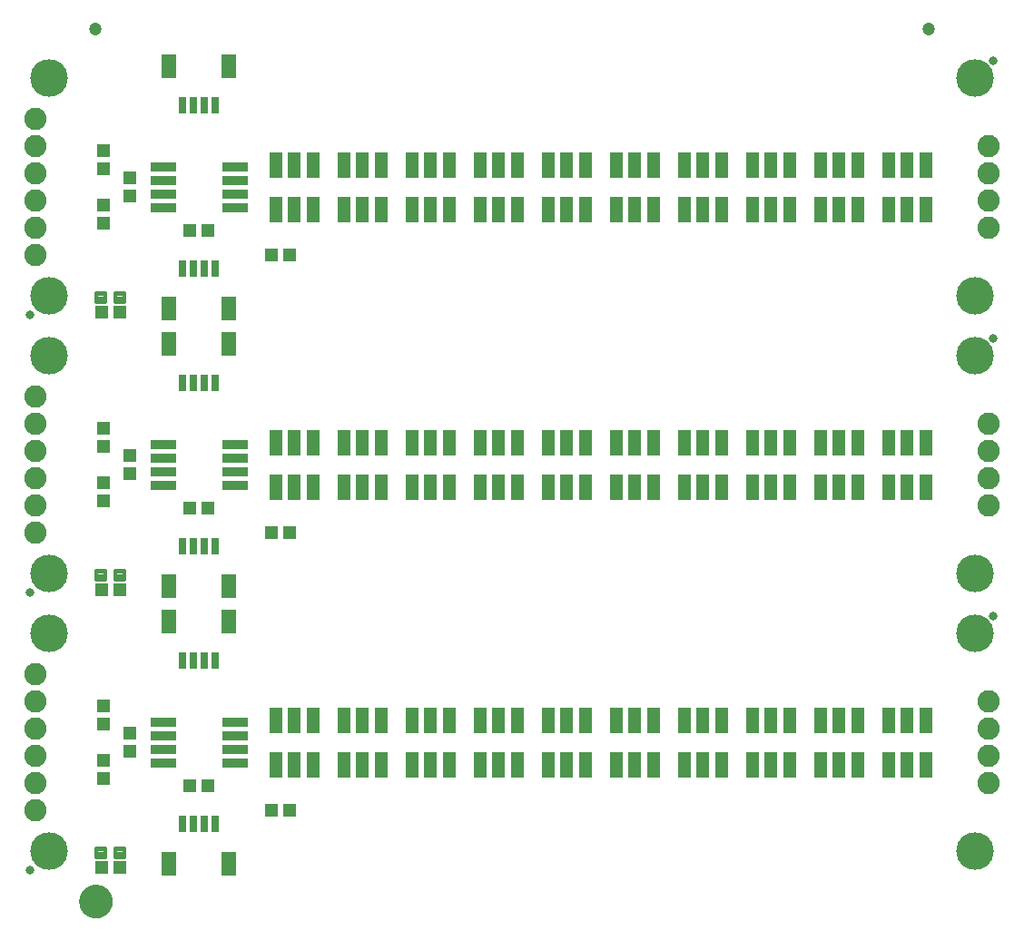
<source format=gts>
G75*
%MOIN*%
%OFA0B0*%
%FSLAX25Y25*%
%IPPOS*%
%LPD*%
%AMOC8*
5,1,8,0,0,1.08239X$1,22.5*
%
%ADD10C,0.13800*%
%ADD11C,0.03300*%
%ADD12R,0.04737X0.05131*%
%ADD13R,0.05524X0.08674*%
%ADD14R,0.03162X0.06115*%
%ADD15C,0.08200*%
%ADD16R,0.05131X0.04737*%
%ADD17C,0.01421*%
%ADD18R,0.09500X0.03200*%
%ADD19R,0.04737X0.09461*%
%ADD20R,0.05131X0.09461*%
%ADD21C,0.04737*%
%ADD22C,0.05000*%
%ADD23C,0.06706*%
D10*
X0038750Y0038750D03*
X0038750Y0118750D03*
X0038750Y0140750D03*
X0038750Y0220750D03*
X0038750Y0242750D03*
X0038750Y0322750D03*
X0378750Y0322750D03*
X0378750Y0242750D03*
X0378750Y0220750D03*
X0378750Y0140750D03*
X0378750Y0118750D03*
X0378750Y0038750D03*
D11*
X0031750Y0031750D03*
X0031750Y0133750D03*
X0031750Y0235750D03*
X0385250Y0227250D03*
X0385250Y0125250D03*
X0385250Y0329250D03*
D12*
X0068250Y0286096D03*
X0068250Y0279404D03*
X0058750Y0276096D03*
X0058750Y0269404D03*
X0058750Y0289404D03*
X0058750Y0296096D03*
X0058750Y0194096D03*
X0058750Y0187404D03*
X0068250Y0184096D03*
X0068250Y0177404D03*
X0058750Y0174096D03*
X0058750Y0167404D03*
X0058750Y0092096D03*
X0058750Y0085404D03*
X0068250Y0082096D03*
X0068250Y0075404D03*
X0058750Y0072096D03*
X0058750Y0065404D03*
D13*
X0082726Y0034281D03*
X0104774Y0034281D03*
X0104774Y0123219D03*
X0104774Y0136281D03*
X0082726Y0136281D03*
X0082726Y0123219D03*
X0082726Y0225219D03*
X0082726Y0238281D03*
X0104774Y0238281D03*
X0104774Y0225219D03*
X0104774Y0327219D03*
X0082726Y0327219D03*
D14*
X0087844Y0312750D03*
X0091781Y0312750D03*
X0095719Y0312750D03*
X0099656Y0312750D03*
X0099656Y0252750D03*
X0095719Y0252750D03*
X0091781Y0252750D03*
X0087844Y0252750D03*
X0087844Y0210750D03*
X0091781Y0210750D03*
X0095719Y0210750D03*
X0099656Y0210750D03*
X0099656Y0150750D03*
X0095719Y0150750D03*
X0091781Y0150750D03*
X0087844Y0150750D03*
X0087844Y0108750D03*
X0091781Y0108750D03*
X0095719Y0108750D03*
X0099656Y0108750D03*
X0099656Y0048750D03*
X0095719Y0048750D03*
X0091781Y0048750D03*
X0087844Y0048750D03*
D15*
X0033750Y0053750D03*
X0033750Y0063750D03*
X0033750Y0073750D03*
X0033750Y0083750D03*
X0033750Y0093750D03*
X0033750Y0103750D03*
X0033750Y0155750D03*
X0033750Y0165750D03*
X0033750Y0175750D03*
X0033750Y0185750D03*
X0033750Y0195750D03*
X0033750Y0205750D03*
X0033750Y0257750D03*
X0033750Y0267750D03*
X0033750Y0277750D03*
X0033750Y0287750D03*
X0033750Y0297750D03*
X0033750Y0307750D03*
X0383750Y0297750D03*
X0383750Y0287750D03*
X0383750Y0277750D03*
X0383750Y0267750D03*
X0383750Y0195750D03*
X0383750Y0185750D03*
X0383750Y0175750D03*
X0383750Y0165750D03*
X0383750Y0093750D03*
X0383750Y0083750D03*
X0383750Y0073750D03*
X0383750Y0063750D03*
D16*
X0127096Y0053750D03*
X0120404Y0053750D03*
X0097096Y0062750D03*
X0090404Y0062750D03*
X0064596Y0032750D03*
X0057904Y0032750D03*
X0057904Y0134750D03*
X0064596Y0134750D03*
X0090404Y0164750D03*
X0097096Y0164750D03*
X0120404Y0155750D03*
X0127096Y0155750D03*
X0064596Y0236750D03*
X0057904Y0236750D03*
X0090404Y0266750D03*
X0097096Y0266750D03*
X0120404Y0257750D03*
X0127096Y0257750D03*
D17*
X0063045Y0243908D02*
X0063045Y0240592D01*
X0063045Y0243908D02*
X0066361Y0243908D01*
X0066361Y0240592D01*
X0063045Y0240592D01*
X0063045Y0242012D02*
X0066361Y0242012D01*
X0066361Y0243432D02*
X0063045Y0243432D01*
X0056139Y0243908D02*
X0056139Y0240592D01*
X0056139Y0243908D02*
X0059455Y0243908D01*
X0059455Y0240592D01*
X0056139Y0240592D01*
X0056139Y0242012D02*
X0059455Y0242012D01*
X0059455Y0243432D02*
X0056139Y0243432D01*
X0056139Y0141908D02*
X0056139Y0138592D01*
X0056139Y0141908D02*
X0059455Y0141908D01*
X0059455Y0138592D01*
X0056139Y0138592D01*
X0056139Y0140012D02*
X0059455Y0140012D01*
X0059455Y0141432D02*
X0056139Y0141432D01*
X0063045Y0141908D02*
X0063045Y0138592D01*
X0063045Y0141908D02*
X0066361Y0141908D01*
X0066361Y0138592D01*
X0063045Y0138592D01*
X0063045Y0140012D02*
X0066361Y0140012D01*
X0066361Y0141432D02*
X0063045Y0141432D01*
X0063045Y0039908D02*
X0063045Y0036592D01*
X0063045Y0039908D02*
X0066361Y0039908D01*
X0066361Y0036592D01*
X0063045Y0036592D01*
X0063045Y0038012D02*
X0066361Y0038012D01*
X0066361Y0039432D02*
X0063045Y0039432D01*
X0056139Y0039908D02*
X0056139Y0036592D01*
X0056139Y0039908D02*
X0059455Y0039908D01*
X0059455Y0036592D01*
X0056139Y0036592D01*
X0056139Y0038012D02*
X0059455Y0038012D01*
X0059455Y0039432D02*
X0056139Y0039432D01*
D18*
X0080550Y0071250D03*
X0080550Y0076250D03*
X0080550Y0081250D03*
X0080550Y0086250D03*
X0107050Y0086250D03*
X0107050Y0081250D03*
X0107050Y0076250D03*
X0107050Y0071250D03*
X0107050Y0173250D03*
X0107050Y0178250D03*
X0107050Y0183250D03*
X0107050Y0188250D03*
X0080550Y0188250D03*
X0080550Y0183250D03*
X0080550Y0178250D03*
X0080550Y0173250D03*
X0080550Y0275250D03*
X0080550Y0280250D03*
X0080550Y0285250D03*
X0080550Y0290250D03*
X0107050Y0290250D03*
X0107050Y0285250D03*
X0107050Y0280250D03*
X0107050Y0275250D03*
D19*
X0121860Y0274482D03*
X0135640Y0274482D03*
X0146860Y0274482D03*
X0160640Y0274482D03*
X0171860Y0274482D03*
X0185640Y0274482D03*
X0196860Y0274482D03*
X0210640Y0274482D03*
X0221860Y0274482D03*
X0235640Y0274482D03*
X0246860Y0274482D03*
X0260640Y0274482D03*
X0271860Y0274482D03*
X0285640Y0274482D03*
X0296860Y0274482D03*
X0310640Y0274482D03*
X0321860Y0274482D03*
X0335640Y0274482D03*
X0346860Y0274482D03*
X0360640Y0274482D03*
X0360640Y0291018D03*
X0346860Y0291018D03*
X0335640Y0291018D03*
X0321860Y0291018D03*
X0310640Y0291018D03*
X0296860Y0291018D03*
X0285640Y0291018D03*
X0271860Y0291018D03*
X0260640Y0291018D03*
X0246860Y0291018D03*
X0235640Y0291018D03*
X0221860Y0291018D03*
X0210640Y0291018D03*
X0196860Y0291018D03*
X0185640Y0291018D03*
X0171860Y0291018D03*
X0160640Y0291018D03*
X0146860Y0291018D03*
X0135640Y0291018D03*
X0121860Y0291018D03*
X0121860Y0189018D03*
X0135640Y0189018D03*
X0146860Y0189018D03*
X0160640Y0189018D03*
X0171860Y0189018D03*
X0185640Y0189018D03*
X0196860Y0189018D03*
X0210640Y0189018D03*
X0221860Y0189018D03*
X0235640Y0189018D03*
X0246860Y0189018D03*
X0260640Y0189018D03*
X0271860Y0189018D03*
X0285640Y0189018D03*
X0296860Y0189018D03*
X0310640Y0189018D03*
X0321860Y0189018D03*
X0335640Y0189018D03*
X0346860Y0189018D03*
X0360640Y0189018D03*
X0360640Y0172482D03*
X0346860Y0172482D03*
X0335640Y0172482D03*
X0321860Y0172482D03*
X0310640Y0172482D03*
X0296860Y0172482D03*
X0285640Y0172482D03*
X0271860Y0172482D03*
X0260640Y0172482D03*
X0246860Y0172482D03*
X0235640Y0172482D03*
X0221860Y0172482D03*
X0210640Y0172482D03*
X0196860Y0172482D03*
X0185640Y0172482D03*
X0171860Y0172482D03*
X0160640Y0172482D03*
X0146860Y0172482D03*
X0135640Y0172482D03*
X0121860Y0172482D03*
X0121860Y0087018D03*
X0135640Y0087018D03*
X0146860Y0087018D03*
X0160640Y0087018D03*
X0171860Y0087018D03*
X0185640Y0087018D03*
X0196860Y0087018D03*
X0210640Y0087018D03*
X0221860Y0087018D03*
X0235640Y0087018D03*
X0246860Y0087018D03*
X0260640Y0087018D03*
X0271860Y0087018D03*
X0285640Y0087018D03*
X0296860Y0087018D03*
X0310640Y0087018D03*
X0321860Y0087018D03*
X0335640Y0087018D03*
X0346860Y0087018D03*
X0360640Y0087018D03*
X0360640Y0070482D03*
X0346860Y0070482D03*
X0335640Y0070482D03*
X0321860Y0070482D03*
X0310640Y0070482D03*
X0296860Y0070482D03*
X0285640Y0070482D03*
X0271860Y0070482D03*
X0260640Y0070482D03*
X0246860Y0070482D03*
X0235640Y0070482D03*
X0221860Y0070482D03*
X0210640Y0070482D03*
X0196860Y0070482D03*
X0185640Y0070482D03*
X0171860Y0070482D03*
X0160640Y0070482D03*
X0146860Y0070482D03*
X0135640Y0070482D03*
X0121860Y0070482D03*
D20*
X0128750Y0070482D03*
X0128750Y0087018D03*
X0153750Y0087018D03*
X0153750Y0070482D03*
X0178750Y0070482D03*
X0178750Y0087018D03*
X0203750Y0087018D03*
X0203750Y0070482D03*
X0228750Y0070482D03*
X0228750Y0087018D03*
X0253750Y0087018D03*
X0253750Y0070482D03*
X0278750Y0070482D03*
X0278750Y0087018D03*
X0303750Y0087018D03*
X0303750Y0070482D03*
X0328750Y0070482D03*
X0328750Y0087018D03*
X0353750Y0087018D03*
X0353750Y0070482D03*
X0353750Y0172482D03*
X0353750Y0189018D03*
X0328750Y0189018D03*
X0328750Y0172482D03*
X0303750Y0172482D03*
X0303750Y0189018D03*
X0278750Y0189018D03*
X0278750Y0172482D03*
X0253750Y0172482D03*
X0253750Y0189018D03*
X0228750Y0189018D03*
X0228750Y0172482D03*
X0203750Y0172482D03*
X0203750Y0189018D03*
X0178750Y0189018D03*
X0178750Y0172482D03*
X0153750Y0172482D03*
X0153750Y0189018D03*
X0128750Y0189018D03*
X0128750Y0172482D03*
X0128750Y0274482D03*
X0128750Y0291018D03*
X0153750Y0291018D03*
X0153750Y0274482D03*
X0178750Y0274482D03*
X0178750Y0291018D03*
X0203750Y0291018D03*
X0203750Y0274482D03*
X0228750Y0274482D03*
X0228750Y0291018D03*
X0253750Y0291018D03*
X0253750Y0274482D03*
X0278750Y0274482D03*
X0278750Y0291018D03*
X0303750Y0291018D03*
X0303750Y0274482D03*
X0328750Y0274482D03*
X0328750Y0291018D03*
X0353750Y0291018D03*
X0353750Y0274482D03*
D21*
X0361750Y0341000D03*
X0055750Y0341000D03*
D22*
X0052185Y0020500D02*
X0052187Y0020619D01*
X0052193Y0020738D01*
X0052203Y0020857D01*
X0052217Y0020975D01*
X0052235Y0021093D01*
X0052256Y0021210D01*
X0052282Y0021326D01*
X0052312Y0021442D01*
X0052345Y0021556D01*
X0052382Y0021669D01*
X0052423Y0021781D01*
X0052468Y0021892D01*
X0052516Y0022001D01*
X0052568Y0022108D01*
X0052624Y0022213D01*
X0052683Y0022317D01*
X0052745Y0022418D01*
X0052811Y0022518D01*
X0052880Y0022615D01*
X0052952Y0022709D01*
X0053028Y0022802D01*
X0053106Y0022891D01*
X0053187Y0022978D01*
X0053272Y0023063D01*
X0053359Y0023144D01*
X0053448Y0023222D01*
X0053541Y0023298D01*
X0053635Y0023370D01*
X0053732Y0023439D01*
X0053832Y0023505D01*
X0053933Y0023567D01*
X0054037Y0023626D01*
X0054142Y0023682D01*
X0054249Y0023734D01*
X0054358Y0023782D01*
X0054469Y0023827D01*
X0054581Y0023868D01*
X0054694Y0023905D01*
X0054808Y0023938D01*
X0054924Y0023968D01*
X0055040Y0023994D01*
X0055157Y0024015D01*
X0055275Y0024033D01*
X0055393Y0024047D01*
X0055512Y0024057D01*
X0055631Y0024063D01*
X0055750Y0024065D01*
X0055869Y0024063D01*
X0055988Y0024057D01*
X0056107Y0024047D01*
X0056225Y0024033D01*
X0056343Y0024015D01*
X0056460Y0023994D01*
X0056576Y0023968D01*
X0056692Y0023938D01*
X0056806Y0023905D01*
X0056919Y0023868D01*
X0057031Y0023827D01*
X0057142Y0023782D01*
X0057251Y0023734D01*
X0057358Y0023682D01*
X0057463Y0023626D01*
X0057567Y0023567D01*
X0057668Y0023505D01*
X0057768Y0023439D01*
X0057865Y0023370D01*
X0057959Y0023298D01*
X0058052Y0023222D01*
X0058141Y0023144D01*
X0058228Y0023063D01*
X0058313Y0022978D01*
X0058394Y0022891D01*
X0058472Y0022802D01*
X0058548Y0022709D01*
X0058620Y0022615D01*
X0058689Y0022518D01*
X0058755Y0022418D01*
X0058817Y0022317D01*
X0058876Y0022213D01*
X0058932Y0022108D01*
X0058984Y0022001D01*
X0059032Y0021892D01*
X0059077Y0021781D01*
X0059118Y0021669D01*
X0059155Y0021556D01*
X0059188Y0021442D01*
X0059218Y0021326D01*
X0059244Y0021210D01*
X0059265Y0021093D01*
X0059283Y0020975D01*
X0059297Y0020857D01*
X0059307Y0020738D01*
X0059313Y0020619D01*
X0059315Y0020500D01*
X0059313Y0020381D01*
X0059307Y0020262D01*
X0059297Y0020143D01*
X0059283Y0020025D01*
X0059265Y0019907D01*
X0059244Y0019790D01*
X0059218Y0019674D01*
X0059188Y0019558D01*
X0059155Y0019444D01*
X0059118Y0019331D01*
X0059077Y0019219D01*
X0059032Y0019108D01*
X0058984Y0018999D01*
X0058932Y0018892D01*
X0058876Y0018787D01*
X0058817Y0018683D01*
X0058755Y0018582D01*
X0058689Y0018482D01*
X0058620Y0018385D01*
X0058548Y0018291D01*
X0058472Y0018198D01*
X0058394Y0018109D01*
X0058313Y0018022D01*
X0058228Y0017937D01*
X0058141Y0017856D01*
X0058052Y0017778D01*
X0057959Y0017702D01*
X0057865Y0017630D01*
X0057768Y0017561D01*
X0057668Y0017495D01*
X0057567Y0017433D01*
X0057463Y0017374D01*
X0057358Y0017318D01*
X0057251Y0017266D01*
X0057142Y0017218D01*
X0057031Y0017173D01*
X0056919Y0017132D01*
X0056806Y0017095D01*
X0056692Y0017062D01*
X0056576Y0017032D01*
X0056460Y0017006D01*
X0056343Y0016985D01*
X0056225Y0016967D01*
X0056107Y0016953D01*
X0055988Y0016943D01*
X0055869Y0016937D01*
X0055750Y0016935D01*
X0055631Y0016937D01*
X0055512Y0016943D01*
X0055393Y0016953D01*
X0055275Y0016967D01*
X0055157Y0016985D01*
X0055040Y0017006D01*
X0054924Y0017032D01*
X0054808Y0017062D01*
X0054694Y0017095D01*
X0054581Y0017132D01*
X0054469Y0017173D01*
X0054358Y0017218D01*
X0054249Y0017266D01*
X0054142Y0017318D01*
X0054037Y0017374D01*
X0053933Y0017433D01*
X0053832Y0017495D01*
X0053732Y0017561D01*
X0053635Y0017630D01*
X0053541Y0017702D01*
X0053448Y0017778D01*
X0053359Y0017856D01*
X0053272Y0017937D01*
X0053187Y0018022D01*
X0053106Y0018109D01*
X0053028Y0018198D01*
X0052952Y0018291D01*
X0052880Y0018385D01*
X0052811Y0018482D01*
X0052745Y0018582D01*
X0052683Y0018683D01*
X0052624Y0018787D01*
X0052568Y0018892D01*
X0052516Y0018999D01*
X0052468Y0019108D01*
X0052423Y0019219D01*
X0052382Y0019331D01*
X0052345Y0019444D01*
X0052312Y0019558D01*
X0052282Y0019674D01*
X0052256Y0019790D01*
X0052235Y0019907D01*
X0052217Y0020025D01*
X0052203Y0020143D01*
X0052193Y0020262D01*
X0052187Y0020381D01*
X0052185Y0020500D01*
D23*
X0055750Y0020500D03*
M02*

</source>
